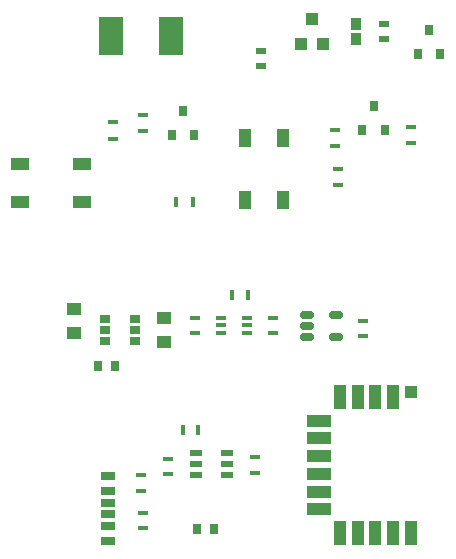
<source format=gbr>
G04*
G04 #@! TF.GenerationSoftware,Altium Limited,Altium Designer,23.0.1 (38)*
G04*
G04 Layer_Color=8421504*
%FSLAX25Y25*%
%MOIN*%
G70*
G04*
G04 #@! TF.SameCoordinates,8278F28E-5B15-4BE8-8149-663F5D52C5DE*
G04*
G04*
G04 #@! TF.FilePolarity,Positive*
G04*
G01*
G75*
%ADD16R,0.03543X0.02756*%
%ADD17R,0.03543X0.03937*%
%ADD18R,0.04724X0.02756*%
%ADD19R,0.04724X0.02992*%
%ADD20R,0.04724X0.03150*%
%ADD21R,0.03543X0.01575*%
%ADD22R,0.03543X0.01968*%
%ADD23R,0.03900X0.07900*%
%ADD24R,0.07900X0.03900*%
%ADD25R,0.03900X0.04300*%
%ADD26R,0.03150X0.03543*%
%ADD27R,0.03937X0.03937*%
G04:AMPARAMS|DCode=28|XSize=48.03mil|YSize=23.62mil|CornerRadius=5.91mil|HoleSize=0mil|Usage=FLASHONLY|Rotation=0.000|XOffset=0mil|YOffset=0mil|HoleType=Round|Shape=RoundedRectangle|*
%AMROUNDEDRECTD28*
21,1,0.04803,0.01181,0,0,0.0*
21,1,0.03622,0.02362,0,0,0.0*
1,1,0.01181,0.01811,-0.00591*
1,1,0.01181,-0.01811,-0.00591*
1,1,0.01181,-0.01811,0.00591*
1,1,0.01181,0.01811,0.00591*
%
%ADD28ROUNDEDRECTD28*%
%ADD29R,0.04724X0.03937*%
%ADD30R,0.01575X0.03543*%
%ADD31R,0.03937X0.06102*%
%ADD32R,0.06102X0.03937*%
%ADD33R,0.02559X0.03543*%
%ADD34R,0.04331X0.02362*%
%ADD35R,0.07874X0.12520*%
D16*
X38000Y99260D02*
D03*
Y103000D02*
D03*
Y106740D02*
D03*
X47842D02*
D03*
Y99260D02*
D03*
Y103000D02*
D03*
D17*
X121500Y205059D02*
D03*
Y199941D02*
D03*
D18*
X38961Y41524D02*
D03*
Y45461D02*
D03*
D19*
Y37508D02*
D03*
Y49476D02*
D03*
D20*
Y32665D02*
D03*
Y54319D02*
D03*
D21*
X85331Y107059D02*
D03*
Y104500D02*
D03*
Y101941D02*
D03*
X76669Y107059D02*
D03*
Y104500D02*
D03*
Y101941D02*
D03*
X124000Y100882D02*
D03*
Y106000D02*
D03*
X140000Y170756D02*
D03*
Y165244D02*
D03*
X114500Y169756D02*
D03*
Y164244D02*
D03*
X115500Y151244D02*
D03*
Y156756D02*
D03*
X40500Y166744D02*
D03*
Y172256D02*
D03*
X50500Y169244D02*
D03*
Y174756D02*
D03*
X94000Y101941D02*
D03*
Y107059D02*
D03*
X68000Y101941D02*
D03*
Y107059D02*
D03*
X50000Y49441D02*
D03*
Y54559D02*
D03*
X50500Y42059D02*
D03*
Y36941D02*
D03*
X59000Y54941D02*
D03*
Y60059D02*
D03*
X88000Y60559D02*
D03*
Y55441D02*
D03*
D22*
X90000Y195862D02*
D03*
Y191138D02*
D03*
X131000Y204862D02*
D03*
Y200138D02*
D03*
D23*
X139950Y35360D02*
D03*
X134040D02*
D03*
X128130D02*
D03*
X122220D02*
D03*
X116310D02*
D03*
Y80640D02*
D03*
X122220D02*
D03*
X128130D02*
D03*
X134040D02*
D03*
D24*
X109425Y43225D02*
D03*
Y49135D02*
D03*
Y55045D02*
D03*
Y60955D02*
D03*
Y66865D02*
D03*
Y72775D02*
D03*
D25*
X139950Y82440D02*
D03*
D26*
X142260Y195126D02*
D03*
X149740D02*
D03*
X146000Y203000D02*
D03*
X127500Y177500D02*
D03*
X131240Y169626D02*
D03*
X123760D02*
D03*
X64000Y176000D02*
D03*
X67740Y168126D02*
D03*
X60260D02*
D03*
D27*
X103260Y198232D02*
D03*
X110740D02*
D03*
X107000Y206500D02*
D03*
D28*
X105197Y108000D02*
D03*
Y104260D02*
D03*
Y100520D02*
D03*
X115000D02*
D03*
Y108000D02*
D03*
D29*
X27500Y102126D02*
D03*
Y110000D02*
D03*
X57500Y99063D02*
D03*
Y106937D02*
D03*
D30*
X67256Y145500D02*
D03*
X61744D02*
D03*
X69059Y69500D02*
D03*
X63941D02*
D03*
X85559Y114500D02*
D03*
X80441D02*
D03*
D31*
X97299Y166835D02*
D03*
Y146165D02*
D03*
X84701Y166835D02*
D03*
Y146165D02*
D03*
D32*
X9665Y158299D02*
D03*
X30335D02*
D03*
X9665Y145701D02*
D03*
X30335D02*
D03*
D33*
X35646Y91000D02*
D03*
X41354D02*
D03*
X68646Y36500D02*
D03*
X74354D02*
D03*
D34*
X68264Y61980D02*
D03*
Y58240D02*
D03*
Y54500D02*
D03*
X78500Y58240D02*
D03*
Y54500D02*
D03*
Y61980D02*
D03*
D35*
X59842Y201000D02*
D03*
X40157D02*
D03*
M02*

</source>
